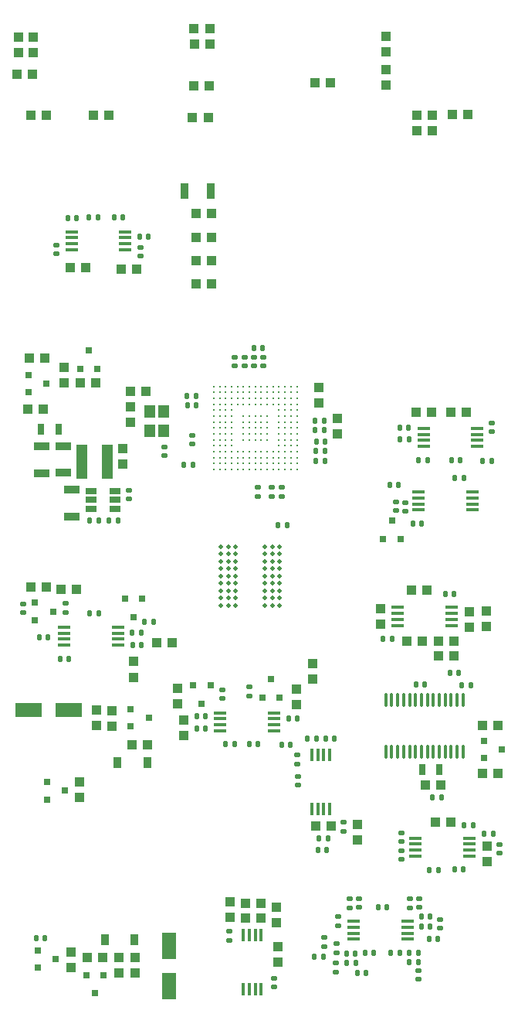
<source format=gbr>
G04 #@! TF.GenerationSoftware,KiCad,Pcbnew,8.0.5*
G04 #@! TF.CreationDate,2024-10-08T11:29:37-07:00*
G04 #@! TF.ProjectId,Sampler-built,53616d70-6c65-4722-9d62-75696c742e6b,rev?*
G04 #@! TF.SameCoordinates,PX815dad0PY77b6f90*
G04 #@! TF.FileFunction,Paste,Top*
G04 #@! TF.FilePolarity,Positive*
%FSLAX46Y46*%
G04 Gerber Fmt 4.6, Leading zero omitted, Abs format (unit mm)*
G04 Created by KiCad (PCBNEW 8.0.5) date 2024-10-08 11:29:37*
%MOMM*%
%LPD*%
G01*
G04 APERTURE LIST*
G04 Aperture macros list*
%AMRoundRect*
0 Rectangle with rounded corners*
0 $1 Rounding radius*
0 $2 $3 $4 $5 $6 $7 $8 $9 X,Y pos of 4 corners*
0 Add a 4 corners polygon primitive as box body*
4,1,4,$2,$3,$4,$5,$6,$7,$8,$9,$2,$3,0*
0 Add four circle primitives for the rounded corners*
1,1,$1+$1,$2,$3*
1,1,$1+$1,$4,$5*
1,1,$1+$1,$6,$7*
1,1,$1+$1,$8,$9*
0 Add four rect primitives between the rounded corners*
20,1,$1+$1,$2,$3,$4,$5,0*
20,1,$1+$1,$4,$5,$6,$7,0*
20,1,$1+$1,$6,$7,$8,$9,0*
20,1,$1+$1,$8,$9,$2,$3,0*%
G04 Aperture macros list end*
%ADD10R,0.900000X1.200000*%
%ADD11RoundRect,0.147500X0.147500X0.172500X-0.147500X0.172500X-0.147500X-0.172500X0.147500X-0.172500X0*%
%ADD12R,1.000000X1.000000*%
%ADD13RoundRect,0.147500X0.172500X-0.147500X0.172500X0.147500X-0.172500X0.147500X-0.172500X-0.147500X0*%
%ADD14R,0.700000X1.300000*%
%ADD15R,0.800100X0.800100*%
%ADD16R,1.450000X0.450000*%
%ADD17RoundRect,0.147500X-0.172500X0.147500X-0.172500X-0.147500X0.172500X-0.147500X0.172500X0.147500X0*%
%ADD18RoundRect,0.147500X-0.147500X-0.172500X0.147500X-0.172500X0.147500X0.172500X-0.147500X0.172500X0*%
%ADD19R,1.600000X3.000000*%
%ADD20R,1.700000X0.900000*%
%ADD21R,1.150000X1.400000*%
%ADD22R,1.220000X0.650000*%
%ADD23C,0.300000*%
%ADD24R,0.450000X1.450000*%
%ADD25R,3.000000X1.600000*%
%ADD26R,1.200000X3.700000*%
%ADD27C,0.500000*%
%ADD28R,0.900000X1.700000*%
%ADD29RoundRect,0.100000X-0.100000X0.637500X-0.100000X-0.637500X0.100000X-0.637500X0.100000X0.637500X0*%
G04 APERTURE END LIST*
D10*
G04 #@! TO.C,D16*
X17750000Y26530000D03*
X14450000Y26530000D03*
G04 #@! TD*
D11*
G04 #@! TO.C,C61*
X15041648Y86264922D03*
X14071648Y86264922D03*
G04 #@! TD*
D12*
G04 #@! TO.C,R3*
X47256648Y95699922D03*
X47256648Y97399922D03*
G04 #@! TD*
D13*
G04 #@! TO.C,C1*
X28360148Y69951600D03*
X28360148Y70921600D03*
G04 #@! TD*
D12*
G04 #@! TO.C,R57*
X47896648Y39809922D03*
X46196648Y39809922D03*
G04 #@! TD*
D14*
G04 #@! TO.C,C44*
X47826648Y25799922D03*
X49726648Y25799922D03*
G04 #@! TD*
D12*
G04 #@! TO.C,R59*
X10266648Y24399922D03*
X10266648Y22699922D03*
G04 #@! TD*
D15*
G04 #@! TO.C,Q11*
X15850000Y32430000D03*
X15850000Y30530000D03*
X17848980Y31480000D03*
G04 #@! TD*
D12*
G04 #@! TO.C,R61*
X31891648Y9019922D03*
X31891648Y10719922D03*
G04 #@! TD*
D16*
G04 #@! TO.C,U15*
X45146648Y43524922D03*
X45146648Y42874922D03*
X45146648Y42224922D03*
X45146648Y41574922D03*
X51046648Y41574922D03*
X51046648Y42224922D03*
X51046648Y42874922D03*
X51046648Y43524922D03*
G04 #@! TD*
D12*
G04 #@! TO.C,C45*
X48226648Y24059922D03*
X49926648Y24059922D03*
G04 #@! TD*
D17*
G04 #@! TO.C,R42*
X56326648Y17614672D03*
X56326648Y16644672D03*
G04 #@! TD*
D12*
G04 #@! TO.C,C25*
X17700000Y28530000D03*
X16000000Y28530000D03*
G04 #@! TD*
G04 #@! TO.C,C47*
X43876648Y102439922D03*
X43876648Y100739922D03*
G04 #@! TD*
D11*
G04 #@! TO.C,R161*
X47406648Y4719922D03*
X46436648Y4719922D03*
G04 #@! TD*
D12*
G04 #@! TO.C,C79*
X9236648Y80754922D03*
X10936648Y80754922D03*
G04 #@! TD*
G04 #@! TO.C,C55*
X4770000Y70820000D03*
X6470000Y70820000D03*
G04 #@! TD*
D17*
G04 #@! TO.C,C36*
X22640148Y62391600D03*
X22640148Y61421600D03*
G04 #@! TD*
D12*
G04 #@! TO.C,C65*
X52706648Y64874482D03*
X51006648Y64874482D03*
G04 #@! TD*
G04 #@! TO.C,R71*
X22666648Y97119922D03*
X24366648Y97119922D03*
G04 #@! TD*
D18*
G04 #@! TO.C,R52*
X37236088Y29146436D03*
X38206088Y29146436D03*
G04 #@! TD*
G04 #@! TO.C,C88*
X46805000Y52690000D03*
X47775000Y52690000D03*
G04 #@! TD*
D19*
G04 #@! TO.C,C24*
X20070000Y6500000D03*
X20070000Y2100000D03*
G04 #@! TD*
D12*
G04 #@! TO.C,R74*
X24556648Y105239922D03*
X22856648Y105239922D03*
G04 #@! TD*
D11*
G04 #@! TO.C,R55*
X55611648Y18729672D03*
X54641648Y18729672D03*
G04 #@! TD*
D17*
G04 #@! TO.C,R49*
X45551648Y16914672D03*
X45551648Y15944672D03*
G04 #@! TD*
D18*
G04 #@! TO.C,R41*
X54465000Y59584482D03*
X55435000Y59584482D03*
G04 #@! TD*
D20*
G04 #@! TO.C,C67*
X9456493Y53509922D03*
X9456493Y56409922D03*
G04 #@! TD*
D18*
G04 #@! TO.C,C13*
X36205148Y59586600D03*
X37175148Y59586600D03*
G04 #@! TD*
D11*
G04 #@! TO.C,R12*
X46381648Y61919922D03*
X45411648Y61919922D03*
G04 #@! TD*
D17*
G04 #@! TO.C,R40*
X55486648Y63729482D03*
X55486648Y62759482D03*
G04 #@! TD*
D12*
G04 #@! TO.C,R21*
X34096648Y34609922D03*
X34096648Y32909922D03*
G04 #@! TD*
D15*
G04 #@! TO.C,D15*
X43570000Y51009240D03*
X45470000Y51009240D03*
X44520000Y53008220D03*
G04 #@! TD*
D11*
G04 #@! TO.C,C6*
X22691648Y59169922D03*
X21721648Y59169922D03*
G04 #@! TD*
D18*
G04 #@! TO.C,R30*
X23111648Y31669922D03*
X24081648Y31669922D03*
G04 #@! TD*
G04 #@! TO.C,C8*
X48991648Y22769922D03*
X49961648Y22769922D03*
G04 #@! TD*
G04 #@! TO.C,R66*
X11391493Y53079922D03*
X12361493Y53079922D03*
G04 #@! TD*
D15*
G04 #@! TO.C,U6*
X4649240Y68980000D03*
X4649240Y67080000D03*
X6648220Y68030000D03*
G04 #@! TD*
D11*
G04 #@! TO.C,R162*
X45386648Y5689922D03*
X44416648Y5689922D03*
G04 #@! TD*
D18*
G04 #@! TO.C,C73*
X26291648Y28539922D03*
X27261648Y28539922D03*
G04 #@! TD*
D12*
G04 #@! TO.C,C90*
X51006648Y20024672D03*
X49306648Y20024672D03*
G04 #@! TD*
D15*
G04 #@! TO.C,D24*
X24616648Y34990682D03*
X22716648Y34990682D03*
X23666648Y32991702D03*
G04 #@! TD*
D11*
G04 #@! TO.C,R65*
X14476648Y53059922D03*
X13506648Y53059922D03*
G04 #@! TD*
G04 #@! TO.C,C87*
X52421648Y57744922D03*
X51451648Y57744922D03*
G04 #@! TD*
D12*
G04 #@! TO.C,C22*
X17516648Y67209922D03*
X15816648Y67209922D03*
G04 #@! TD*
D18*
G04 #@! TO.C,R160*
X36041648Y5279922D03*
X37011648Y5279922D03*
G04 #@! TD*
D17*
G04 #@! TO.C,R164*
X49766648Y9384922D03*
X49766648Y8414922D03*
G04 #@! TD*
D13*
G04 #@! TO.C,R44*
X45571648Y17909672D03*
X45571648Y18879672D03*
G04 #@! TD*
D20*
G04 #@! TO.C,C70*
X8450000Y61160000D03*
X8450000Y58260000D03*
G04 #@! TD*
D18*
G04 #@! TO.C,C59*
X47461648Y59664482D03*
X48431648Y59664482D03*
G04 #@! TD*
D17*
G04 #@! TO.C,R7*
X39856648Y11624922D03*
X39856648Y10654922D03*
G04 #@! TD*
D12*
G04 #@! TO.C,C83*
X47156648Y64934482D03*
X48856648Y64934482D03*
G04 #@! TD*
G04 #@! TO.C,R73*
X43876648Y106059922D03*
X43876648Y104359922D03*
G04 #@! TD*
D18*
G04 #@! TO.C,R23*
X16826648Y84094922D03*
X17796648Y84094922D03*
G04 #@! TD*
D17*
G04 #@! TO.C,R14*
X46476648Y11614922D03*
X46476648Y10644922D03*
G04 #@! TD*
D12*
G04 #@! TO.C,C57*
X54926648Y17379672D03*
X54926648Y15679672D03*
G04 #@! TD*
G04 #@! TO.C,C49*
X56152780Y30593974D03*
X54452780Y30593974D03*
G04 #@! TD*
D17*
G04 #@! TO.C,R18*
X45960000Y55015000D03*
X45960000Y54045000D03*
G04 #@! TD*
D12*
G04 #@! TO.C,C66*
X16506648Y80584922D03*
X14806648Y80584922D03*
G04 #@! TD*
D11*
G04 #@! TO.C,C60*
X52031648Y59634482D03*
X51061648Y59634482D03*
G04 #@! TD*
D12*
G04 #@! TO.C,R5*
X48996648Y95719922D03*
X48996648Y97419922D03*
G04 #@! TD*
D15*
G04 #@! TO.C,D1*
X30326648Y33669162D03*
X32226648Y33669162D03*
X31276648Y35668142D03*
G04 #@! TD*
D17*
G04 #@! TO.C,C11*
X31370148Y56671600D03*
X31370148Y55701600D03*
G04 #@! TD*
D18*
G04 #@! TO.C,R47*
X52196648Y35027422D03*
X53166648Y35027422D03*
G04 #@! TD*
D12*
G04 #@! TO.C,C20*
X16350000Y3510000D03*
X16350000Y5210000D03*
G04 #@! TD*
G04 #@! TO.C,C39*
X3556648Y104299922D03*
X3556648Y105999922D03*
G04 #@! TD*
G04 #@! TO.C,C26*
X11073352Y5190078D03*
X12773352Y5190078D03*
G04 #@! TD*
G04 #@! TO.C,R29*
X49596648Y39824922D03*
X51296648Y39824922D03*
G04 #@! TD*
G04 #@! TO.C,C46*
X54846648Y43124922D03*
X54846648Y41424922D03*
G04 #@! TD*
G04 #@! TO.C,R37*
X14600000Y5210000D03*
X14600000Y3510000D03*
G04 #@! TD*
G04 #@! TO.C,R79*
X23030000Y84070000D03*
X24730000Y84070000D03*
G04 #@! TD*
G04 #@! TO.C,C2*
X36490148Y65926600D03*
X36490148Y67626600D03*
G04 #@! TD*
D18*
G04 #@! TO.C,R48*
X50875000Y36380000D03*
X51845000Y36380000D03*
G04 #@! TD*
D21*
G04 #@! TO.C,Y1*
X18006648Y64979922D03*
X19506648Y62879922D03*
X18006648Y62879922D03*
X19506648Y64979922D03*
G04 #@! TD*
D12*
G04 #@! TO.C,R68*
X4896648Y97399922D03*
X6596648Y97399922D03*
G04 #@! TD*
D11*
G04 #@! TO.C,C35*
X51331648Y45024922D03*
X50361648Y45024922D03*
G04 #@! TD*
D15*
G04 #@! TO.C,D22*
X17146648Y44470682D03*
X15246648Y44470682D03*
X16196648Y42471702D03*
G04 #@! TD*
D11*
G04 #@! TO.C,C17*
X23065148Y65626600D03*
X22095148Y65626600D03*
G04 #@! TD*
D12*
G04 #@! TO.C,R80*
X23030000Y86620000D03*
X24730000Y86620000D03*
G04 #@! TD*
D11*
G04 #@! TO.C,C64*
X12362564Y42854922D03*
X11392564Y42854922D03*
G04 #@! TD*
D17*
G04 #@! TO.C,C76*
X34166648Y27364922D03*
X34166648Y26394922D03*
G04 #@! TD*
D12*
G04 #@! TO.C,C42*
X49605768Y38250422D03*
X51305768Y38250422D03*
G04 #@! TD*
D16*
G04 #@! TO.C,U10*
X31586648Y30034922D03*
X31586648Y30684922D03*
X31586648Y31334922D03*
X31586648Y31984922D03*
X25686648Y31984922D03*
X25686648Y31334922D03*
X25686648Y30684922D03*
X25686648Y30034922D03*
G04 #@! TD*
D11*
G04 #@! TO.C,C150*
X48705480Y9699922D03*
X47735480Y9699922D03*
G04 #@! TD*
D18*
G04 #@! TO.C,R2*
X32411648Y28509922D03*
X33381648Y28509922D03*
G04 #@! TD*
D11*
G04 #@! TO.C,R50*
X37486648Y18279922D03*
X36516648Y18279922D03*
G04 #@! TD*
G04 #@! TO.C,R152*
X41695000Y3500000D03*
X40725000Y3500000D03*
G04 #@! TD*
D18*
G04 #@! TO.C,R11*
X45369944Y63218002D03*
X46339944Y63218002D03*
G04 #@! TD*
D22*
G04 #@! TO.C,U13*
X11536648Y56249922D03*
X11536648Y55299922D03*
X11536648Y54349922D03*
X14156648Y54349922D03*
X14156648Y55299922D03*
X14156648Y56249922D03*
G04 #@! TD*
D12*
G04 #@! TO.C,R20*
X16156648Y35899922D03*
X16156648Y37599922D03*
G04 #@! TD*
G04 #@! TO.C,C51*
X54443428Y25387422D03*
X56143428Y25387422D03*
G04 #@! TD*
D18*
G04 #@! TO.C,R51*
X36396648Y17009922D03*
X37366648Y17009922D03*
G04 #@! TD*
D23*
G04 #@! TO.C,U2*
X25000148Y67736600D03*
X25650148Y67736600D03*
X26300148Y67736600D03*
X26950148Y67736600D03*
X27600148Y67736600D03*
X28250148Y67736600D03*
X28900148Y67736600D03*
X29550148Y67736600D03*
X30200148Y67736600D03*
X30850148Y67736600D03*
X31500148Y67736600D03*
X32150148Y67736600D03*
X32800148Y67736600D03*
X33450148Y67736600D03*
X34100148Y67736600D03*
X25000148Y67086600D03*
X25650148Y67086600D03*
X26300148Y67086600D03*
X26950148Y67086600D03*
X27600148Y67086600D03*
X28250148Y67086600D03*
X28900148Y67086600D03*
X29550148Y67086600D03*
X30200148Y67086600D03*
X30850148Y67086600D03*
X31500148Y67086600D03*
X32150148Y67086600D03*
X32800148Y67086600D03*
X33450148Y67086600D03*
X34100148Y67086600D03*
X25000148Y66436600D03*
X25650148Y66436600D03*
X26300148Y66436600D03*
X26950148Y66436600D03*
X27600148Y66436600D03*
X28250148Y66436600D03*
X28900148Y66436600D03*
X29550148Y66436600D03*
X30200148Y66436600D03*
X30850148Y66436600D03*
X31500148Y66436600D03*
X32150148Y66436600D03*
X32800148Y66436600D03*
X33450148Y66436600D03*
X34100148Y66436600D03*
X25000148Y65786600D03*
X25650148Y65786600D03*
X26300148Y65786600D03*
X26950148Y65786600D03*
X27600148Y65786600D03*
X28250148Y65786600D03*
X28900148Y65786600D03*
X29550148Y65786600D03*
X30200148Y65786600D03*
X30850148Y65786600D03*
X31500148Y65786600D03*
X32150148Y65786600D03*
X32800148Y65786600D03*
X33450148Y65786600D03*
X34100148Y65786600D03*
X25000148Y65136600D03*
X25650148Y65136600D03*
X26300148Y65136600D03*
X26950148Y65136600D03*
X32150148Y65136600D03*
X32800148Y65136600D03*
X33450148Y65136600D03*
X34100148Y65136600D03*
X25000148Y64486600D03*
X25650148Y64486600D03*
X26300148Y64486600D03*
X26950148Y64486600D03*
X28250148Y64486600D03*
X28900148Y64486600D03*
X29550148Y64486600D03*
X30200148Y64486600D03*
X30850148Y64486600D03*
X32150148Y64486600D03*
X32800148Y64486600D03*
X33450148Y64486600D03*
X34100148Y64486600D03*
X25000148Y63836600D03*
X25650148Y63836600D03*
X26300148Y63836600D03*
X26950148Y63836600D03*
X28250148Y63836600D03*
X28900148Y63836600D03*
X29550148Y63836600D03*
X30200148Y63836600D03*
X30850148Y63836600D03*
X32150148Y63836600D03*
X32800148Y63836600D03*
X33450148Y63836600D03*
X34100148Y63836600D03*
X25000148Y63186600D03*
X25650148Y63186600D03*
X26300148Y63186600D03*
X26950148Y63186600D03*
X28250148Y63186600D03*
X28900148Y63186600D03*
X29550148Y63186600D03*
X30200148Y63186600D03*
X30850148Y63186600D03*
X32150148Y63186600D03*
X32800148Y63186600D03*
X33450148Y63186600D03*
X34100148Y63186600D03*
X25000148Y62536600D03*
X25650148Y62536600D03*
X26300148Y62536600D03*
X26950148Y62536600D03*
X28250148Y62536600D03*
X28900148Y62536600D03*
X29550148Y62536600D03*
X30200148Y62536600D03*
X30850148Y62536600D03*
X32150148Y62536600D03*
X32800148Y62536600D03*
X33450148Y62536600D03*
X34100148Y62536600D03*
X25000148Y61886600D03*
X25650148Y61886600D03*
X26300148Y61886600D03*
X26950148Y61886600D03*
X28250148Y61886600D03*
X28900148Y61886600D03*
X29550148Y61886600D03*
X30200148Y61886600D03*
X30850148Y61886600D03*
X32150148Y61886600D03*
X32800148Y61886600D03*
X33450148Y61886600D03*
X34100148Y61886600D03*
X25000148Y61236600D03*
X25650148Y61236600D03*
X26300148Y61236600D03*
X26950148Y61236600D03*
X32150148Y61236600D03*
X32800148Y61236600D03*
X33450148Y61236600D03*
X34100148Y61236600D03*
X25000148Y60586600D03*
X25650148Y60586600D03*
X26300148Y60586600D03*
X26950148Y60586600D03*
X27600148Y60586600D03*
X28250148Y60586600D03*
X28900148Y60586600D03*
X29550148Y60586600D03*
X30200148Y60586600D03*
X30850148Y60586600D03*
X31500148Y60586600D03*
X32150148Y60586600D03*
X32800148Y60586600D03*
X33450148Y60586600D03*
X34100148Y60586600D03*
X25000148Y59936600D03*
X25650148Y59936600D03*
X26300148Y59936600D03*
X26950148Y59936600D03*
X27600148Y59936600D03*
X28250148Y59936600D03*
X28900148Y59936600D03*
X29550148Y59936600D03*
X30200148Y59936600D03*
X30850148Y59936600D03*
X31500148Y59936600D03*
X32150148Y59936600D03*
X32800148Y59936600D03*
X33450148Y59936600D03*
X34100148Y59936600D03*
X25000148Y59286600D03*
X25650148Y59286600D03*
X26300148Y59286600D03*
X26950148Y59286600D03*
X27600148Y59286600D03*
X28250148Y59286600D03*
X28900148Y59286600D03*
X29550148Y59286600D03*
X30200148Y59286600D03*
X30850148Y59286600D03*
X31500148Y59286600D03*
X32150148Y59286600D03*
X32800148Y59286600D03*
X33450148Y59286600D03*
X34100148Y59286600D03*
X25000148Y58636600D03*
X25650148Y58636600D03*
X26300148Y58636600D03*
X26950148Y58636600D03*
X27600148Y58636600D03*
X28250148Y58636600D03*
X28900148Y58636600D03*
X29550148Y58636600D03*
X30200148Y58636600D03*
X30850148Y58636600D03*
X31500148Y58636600D03*
X32150148Y58636600D03*
X32800148Y58636600D03*
X33450148Y58636600D03*
X34100148Y58636600D03*
G04 #@! TD*
D24*
G04 #@! TO.C,U11*
X37701648Y27409922D03*
X37051648Y27409922D03*
X36401648Y27409922D03*
X35751648Y27409922D03*
X35751648Y21509922D03*
X36401648Y21509922D03*
X37051648Y21509922D03*
X37701648Y21509922D03*
G04 #@! TD*
D13*
G04 #@! TO.C,R22*
X16916648Y81999922D03*
X16916648Y82969922D03*
G04 #@! TD*
G04 #@! TO.C,C3*
X30380148Y69961600D03*
X30380148Y70931600D03*
G04 #@! TD*
D17*
G04 #@! TO.C,C38*
X26671648Y8054922D03*
X26671648Y7084922D03*
G04 #@! TD*
D16*
G04 #@! TO.C,U12*
X46216648Y7224922D03*
X46216648Y7874922D03*
X46216648Y8524922D03*
X46216648Y9174922D03*
X40316648Y9174922D03*
X40316648Y8524922D03*
X40316648Y7874922D03*
X40316648Y7224922D03*
G04 #@! TD*
D18*
G04 #@! TO.C,C72*
X48651648Y14784672D03*
X49621648Y14784672D03*
G04 #@! TD*
D12*
G04 #@! TO.C,R24*
X21716648Y29509922D03*
X21716648Y31209922D03*
G04 #@! TD*
G04 #@! TO.C,C52*
X40726648Y18109922D03*
X40726648Y19809922D03*
G04 #@! TD*
G04 #@! TO.C,R77*
X23030000Y78970000D03*
X24730000Y78970000D03*
G04 #@! TD*
G04 #@! TO.C,C58*
X15022648Y59203922D03*
X15022648Y60903922D03*
G04 #@! TD*
D18*
G04 #@! TO.C,C9*
X36095148Y62956600D03*
X37065148Y62956600D03*
G04 #@! TD*
G04 #@! TO.C,C29*
X32035148Y52516600D03*
X33005148Y52516600D03*
G04 #@! TD*
D25*
G04 #@! TO.C,C21*
X4650000Y32280000D03*
X9050000Y32280000D03*
G04 #@! TD*
D13*
G04 #@! TO.C,C97*
X44960000Y54115000D03*
X44960000Y55085000D03*
G04 #@! TD*
D12*
G04 #@! TO.C,R13*
X13446648Y97429922D03*
X11746648Y97429922D03*
G04 #@! TD*
G04 #@! TO.C,R26*
X20436648Y39669922D03*
X18736648Y39669922D03*
G04 #@! TD*
D11*
G04 #@! TO.C,C18*
X23040148Y66686600D03*
X22070148Y66686600D03*
G04 #@! TD*
D12*
G04 #@! TO.C,R31*
X12100000Y30580000D03*
X12100000Y32280000D03*
G04 #@! TD*
G04 #@! TO.C,C54*
X22836648Y106859922D03*
X24536648Y106859922D03*
G04 #@! TD*
D17*
G04 #@! TO.C,C10*
X32410148Y56681600D03*
X32410148Y55711600D03*
G04 #@! TD*
G04 #@! TO.C,R33*
X8727564Y43949922D03*
X8727564Y42979922D03*
G04 #@! TD*
D12*
G04 #@! TO.C,R63*
X26741648Y9589922D03*
X26741648Y11289922D03*
G04 #@! TD*
D24*
G04 #@! TO.C,U16*
X28246648Y1729922D03*
X28896648Y1729922D03*
X29546648Y1729922D03*
X30196648Y1729922D03*
X30196648Y7629922D03*
X29546648Y7629922D03*
X28896648Y7629922D03*
X28246648Y7629922D03*
G04 #@! TD*
D11*
G04 #@! TO.C,C19*
X6471648Y7369922D03*
X5501648Y7369922D03*
G04 #@! TD*
G04 #@! TO.C,R81*
X24086648Y30239922D03*
X23116648Y30239922D03*
G04 #@! TD*
D18*
G04 #@! TO.C,C62*
X11321648Y86204922D03*
X12291648Y86204922D03*
G04 #@! TD*
D17*
G04 #@! TO.C,R158*
X38470480Y6704922D03*
X38470480Y5734922D03*
G04 #@! TD*
D18*
G04 #@! TO.C,C14*
X36095148Y63996600D03*
X37065148Y63996600D03*
G04 #@! TD*
D17*
G04 #@! TO.C,C152*
X38360480Y4614922D03*
X38360480Y3644922D03*
G04 #@! TD*
D16*
G04 #@! TO.C,U1*
X53906648Y61184922D03*
X53906648Y61834922D03*
X53906648Y62484922D03*
X53906648Y63134922D03*
X48006648Y63134922D03*
X48006648Y62484922D03*
X48006648Y61834922D03*
X48006648Y61184922D03*
G04 #@! TD*
D12*
G04 #@! TO.C,R9*
X43296648Y41699922D03*
X43296648Y43399922D03*
G04 #@! TD*
G04 #@! TO.C,R64*
X52856648Y97489922D03*
X51156648Y97489922D03*
G04 #@! TD*
D13*
G04 #@! TO.C,R67*
X15706493Y55384922D03*
X15706493Y56354922D03*
G04 #@! TD*
D11*
G04 #@! TO.C,R4*
X37205148Y61726600D03*
X36235148Y61726600D03*
G04 #@! TD*
D15*
G04 #@! TO.C,V2*
X10306648Y69659922D03*
X12206648Y69659922D03*
X11256648Y71658902D03*
G04 #@! TD*
D11*
G04 #@! TO.C,R27*
X17051648Y39409922D03*
X16081648Y39409922D03*
G04 #@! TD*
D13*
G04 #@! TO.C,C7*
X27320148Y69941600D03*
X27320148Y70911600D03*
G04 #@! TD*
D11*
G04 #@! TO.C,C78*
X43971648Y10679922D03*
X43001648Y10679922D03*
G04 #@! TD*
D12*
G04 #@! TO.C,R35*
X3396648Y101929922D03*
X5096648Y101929922D03*
G04 #@! TD*
D11*
G04 #@! TO.C,R34*
X6822564Y40244922D03*
X5852564Y40244922D03*
G04 #@! TD*
D12*
G04 #@! TO.C,R56*
X53046648Y43074922D03*
X53046648Y41374922D03*
G04 #@! TD*
D13*
G04 #@! TO.C,C85*
X4087564Y42959922D03*
X4087564Y43929922D03*
G04 #@! TD*
D12*
G04 #@! TO.C,C48*
X37871648Y19639922D03*
X36171648Y19639922D03*
G04 #@! TD*
G04 #@! TO.C,R36*
X5196648Y104299922D03*
X5196648Y105999922D03*
G04 #@! TD*
D13*
G04 #@! TO.C,R159*
X38656648Y8704922D03*
X38656648Y9674922D03*
G04 #@! TD*
G04 #@! TO.C,C50*
X29440148Y69941600D03*
X29440148Y70911600D03*
G04 #@! TD*
D26*
G04 #@! TO.C,L1*
X13296648Y59509922D03*
X10496648Y59509922D03*
G04 #@! TD*
D17*
G04 #@! TO.C,C12*
X29810148Y56671600D03*
X29810148Y55701600D03*
G04 #@! TD*
G04 #@! TO.C,R6*
X40896648Y11644922D03*
X40896648Y10674922D03*
G04 #@! TD*
D11*
G04 #@! TO.C,R8*
X30371648Y71929922D03*
X29401648Y71929922D03*
G04 #@! TD*
D12*
G04 #@! TO.C,R60*
X31986648Y6369922D03*
X31986648Y4669922D03*
G04 #@! TD*
D16*
G04 #@! TO.C,U3*
X9376648Y84654922D03*
X9376648Y84004922D03*
X9376648Y83354922D03*
X9376648Y82704922D03*
X15276648Y82704922D03*
X15276648Y83354922D03*
X15276648Y84004922D03*
X15276648Y84654922D03*
G04 #@! TD*
D12*
G04 #@! TO.C,R15*
X35806648Y37409922D03*
X35806648Y35709922D03*
G04 #@! TD*
D13*
G04 #@! TO.C,C15*
X19590000Y60125000D03*
X19590000Y61095000D03*
G04 #@! TD*
D18*
G04 #@! TO.C,C77*
X41586648Y5679922D03*
X42556648Y5679922D03*
G04 #@! TD*
D11*
G04 #@! TO.C,R157*
X40550480Y4609922D03*
X39580480Y4609922D03*
G04 #@! TD*
D17*
G04 #@! TO.C,C82*
X28866648Y34804922D03*
X28866648Y33834922D03*
G04 #@! TD*
D11*
G04 #@! TO.C,C149*
X47406648Y5759922D03*
X46436648Y5759922D03*
G04 #@! TD*
D18*
G04 #@! TO.C,C86*
X17391648Y41969922D03*
X18361648Y41969922D03*
G04 #@! TD*
D17*
G04 #@! TO.C,R54*
X39246648Y19989922D03*
X39246648Y19019922D03*
G04 #@! TD*
D12*
G04 #@! TO.C,C56*
X4600000Y65280000D03*
X6300000Y65280000D03*
G04 #@! TD*
G04 #@! TO.C,R25*
X4917564Y45744922D03*
X6617564Y45744922D03*
G04 #@! TD*
D15*
G04 #@! TO.C,D3*
X6685888Y24409922D03*
X6685888Y22509922D03*
X8684868Y23459922D03*
G04 #@! TD*
D18*
G04 #@! TO.C,R28*
X16061648Y40759922D03*
X17031648Y40759922D03*
G04 #@! TD*
D20*
G04 #@! TO.C,C68*
X6115052Y61138378D03*
X6115052Y58238378D03*
G04 #@! TD*
D15*
G04 #@! TO.C,D7*
X5675888Y5999922D03*
X5675888Y4099922D03*
X7674868Y5049922D03*
G04 #@! TD*
D16*
G04 #@! TO.C,U5*
X14456648Y39404922D03*
X14456648Y40054922D03*
X14456648Y40704922D03*
X14456648Y41354922D03*
X8556648Y41354922D03*
X8556648Y40704922D03*
X8556648Y40054922D03*
X8556648Y39404922D03*
G04 #@! TD*
D18*
G04 #@! TO.C,C53*
X36205148Y60656600D03*
X37175148Y60656600D03*
G04 #@! TD*
D15*
G04 #@! TO.C,D26*
X5356804Y44034922D03*
X5356804Y42134922D03*
X7355784Y43084922D03*
G04 #@! TD*
D13*
G04 #@! TO.C,R45*
X7756648Y82234922D03*
X7756648Y83204922D03*
G04 #@! TD*
D12*
G04 #@! TO.C,R17*
X9917564Y45484922D03*
X8217564Y45484922D03*
G04 #@! TD*
D27*
G04 #@! TO.C,U4*
X32200148Y43766600D03*
X31400148Y43766600D03*
X30600148Y43766600D03*
X27400148Y43766600D03*
X26600148Y43766600D03*
X25800148Y43766600D03*
X32200148Y44566600D03*
X31400148Y44566600D03*
X30600148Y44566600D03*
X27400148Y44566600D03*
X26600148Y44566600D03*
X25800148Y44566600D03*
X32200148Y45366600D03*
X31400148Y45366600D03*
X30600148Y45366600D03*
X27400148Y45366600D03*
X26600148Y45366600D03*
X25800148Y45366600D03*
X32200148Y46166600D03*
X31400148Y46166600D03*
X30600148Y46166600D03*
X27400148Y46166600D03*
X26600148Y46166600D03*
X25800148Y46166600D03*
X32200148Y46966600D03*
X31400148Y46966600D03*
X30600148Y46966600D03*
X27400148Y46966600D03*
X26600148Y46966600D03*
X25800148Y46966600D03*
X32200148Y47766600D03*
X31400148Y47766600D03*
X30600148Y47766600D03*
X27400148Y47766600D03*
X26600148Y47766600D03*
X25800148Y47766600D03*
X32200148Y48566600D03*
X31400148Y48566600D03*
X30600148Y48566600D03*
X27400148Y48566600D03*
X26600148Y48566600D03*
X25800148Y48566600D03*
X32200148Y49366600D03*
X31400148Y49366600D03*
X30600148Y49366600D03*
X27400148Y49366600D03*
X26600148Y49366600D03*
X25800148Y49366600D03*
X32200148Y50166600D03*
X31400148Y50166600D03*
X30600148Y50166600D03*
X27400148Y50166600D03*
X26600148Y50166600D03*
X25800148Y50166600D03*
G04 #@! TD*
D13*
G04 #@! TO.C,C40*
X31616648Y1994922D03*
X31616648Y2964922D03*
G04 #@! TD*
D10*
G04 #@! TO.C,D17*
X16316648Y7159922D03*
X13016648Y7159922D03*
G04 #@! TD*
D11*
G04 #@! TO.C,C71*
X53411648Y19729672D03*
X52441648Y19729672D03*
G04 #@! TD*
D12*
G04 #@! TO.C,C16*
X13850000Y30530000D03*
X13850000Y32230000D03*
G04 #@! TD*
G04 #@! TO.C,C84*
X30181648Y9489922D03*
X28481648Y9489922D03*
G04 #@! TD*
D11*
G04 #@! TO.C,R1*
X34181648Y31389922D03*
X33211648Y31389922D03*
G04 #@! TD*
D18*
G04 #@! TO.C,R46*
X8996648Y86174922D03*
X9966648Y86174922D03*
G04 #@! TD*
D28*
G04 #@! TO.C,C43*
X21740000Y89140000D03*
X24640000Y89140000D03*
G04 #@! TD*
D12*
G04 #@! TO.C,R58*
X9296648Y4109922D03*
X9296648Y5809922D03*
G04 #@! TD*
G04 #@! TO.C,C81*
X8606648Y69790682D03*
X8606648Y68090682D03*
G04 #@! TD*
D16*
G04 #@! TO.C,U8*
X47126648Y18279672D03*
X47126648Y17629672D03*
X47126648Y16979672D03*
X47126648Y16329672D03*
X53026648Y16329672D03*
X53026648Y16979672D03*
X53026648Y17629672D03*
X53026648Y18279672D03*
G04 #@! TD*
D12*
G04 #@! TO.C,R75*
X24496648Y100589922D03*
X22796648Y100589922D03*
G04 #@! TD*
G04 #@! TO.C,R32*
X46646648Y45424922D03*
X48346648Y45424922D03*
G04 #@! TD*
D11*
G04 #@! TO.C,C41*
X48131648Y35059922D03*
X47161648Y35059922D03*
G04 #@! TD*
D12*
G04 #@! TO.C,C80*
X12016648Y68090682D03*
X10316648Y68090682D03*
G04 #@! TD*
D15*
G04 #@! TO.C,Q12*
X12930000Y3300760D03*
X11030000Y3300760D03*
X11980000Y1301780D03*
G04 #@! TD*
D11*
G04 #@! TO.C,C153*
X49586648Y7259922D03*
X48616648Y7259922D03*
G04 #@! TD*
D15*
G04 #@! TO.C,V1*
X54602668Y28917422D03*
X54602668Y27017422D03*
X56601648Y27967422D03*
G04 #@! TD*
D13*
G04 #@! TO.C,C75*
X34196648Y24094922D03*
X34196648Y25064922D03*
G04 #@! TD*
G04 #@! TO.C,C34*
X25966648Y33574922D03*
X25966648Y34544922D03*
G04 #@! TD*
D12*
G04 #@! TO.C,C23*
X15866648Y63819922D03*
X15866648Y65519922D03*
G04 #@! TD*
D11*
G04 #@! TO.C,R43*
X52341648Y14854672D03*
X51371648Y14854672D03*
G04 #@! TD*
D14*
G04 #@! TO.C,C69*
X6060000Y63040000D03*
X7960000Y63040000D03*
G04 #@! TD*
D13*
G04 #@! TO.C,C148*
X37136648Y6424922D03*
X37136648Y7394922D03*
G04 #@! TD*
D12*
G04 #@! TO.C,R16*
X21046648Y34649922D03*
X21046648Y32949922D03*
G04 #@! TD*
D29*
G04 #@! TO.C,U9*
X52311648Y33432422D03*
X51661648Y33432422D03*
X51011648Y33432422D03*
X50361648Y33432422D03*
X49711648Y33432422D03*
X49061648Y33432422D03*
X48411648Y33432422D03*
X47761648Y33432422D03*
X47111648Y33432422D03*
X46461648Y33432422D03*
X45811648Y33432422D03*
X45161648Y33432422D03*
X44511648Y33432422D03*
X43861648Y33432422D03*
X43861648Y27707422D03*
X44511648Y27707422D03*
X45161648Y27707422D03*
X45811648Y27707422D03*
X46461648Y27707422D03*
X47111648Y27707422D03*
X47761648Y27707422D03*
X48411648Y27707422D03*
X49061648Y27707422D03*
X49711648Y27707422D03*
X50361648Y27707422D03*
X51011648Y27707422D03*
X51661648Y27707422D03*
X52311648Y27707422D03*
G04 #@! TD*
D11*
G04 #@! TO.C,R19*
X45255000Y56910000D03*
X44285000Y56910000D03*
G04 #@! TD*
G04 #@! TO.C,C74*
X29851648Y28539922D03*
X28881648Y28539922D03*
G04 #@! TD*
D12*
G04 #@! TO.C,R78*
X23030000Y81520000D03*
X24730000Y81520000D03*
G04 #@! TD*
G04 #@! TO.C,R70*
X37796648Y100959922D03*
X36096648Y100959922D03*
G04 #@! TD*
D18*
G04 #@! TO.C,R163*
X47755480Y8569922D03*
X48725480Y8569922D03*
G04 #@! TD*
D12*
G04 #@! TO.C,C5*
X38520148Y64216600D03*
X38520148Y62516600D03*
G04 #@! TD*
D17*
G04 #@! TO.C,R10*
X47476648Y11684922D03*
X47476648Y10714922D03*
G04 #@! TD*
D12*
G04 #@! TO.C,R62*
X30151648Y11099922D03*
X28451648Y11099922D03*
G04 #@! TD*
D18*
G04 #@! TO.C,C63*
X8112564Y37904922D03*
X9082564Y37904922D03*
G04 #@! TD*
D13*
G04 #@! TO.C,R153*
X47400000Y2825000D03*
X47400000Y3795000D03*
G04 #@! TD*
D18*
G04 #@! TO.C,C37*
X43551648Y40109922D03*
X44521648Y40109922D03*
G04 #@! TD*
D16*
G04 #@! TO.C,U14*
X47436648Y56144922D03*
X47436648Y55494922D03*
X47436648Y54844922D03*
X47436648Y54194922D03*
X53336648Y54194922D03*
X53336648Y54844922D03*
X53336648Y55494922D03*
X53336648Y56144922D03*
G04 #@! TD*
D11*
G04 #@! TO.C,C147*
X40505480Y5669922D03*
X39535480Y5669922D03*
G04 #@! TD*
G04 #@! TO.C,R53*
X36236088Y29156436D03*
X35266088Y29156436D03*
G04 #@! TD*
M02*

</source>
